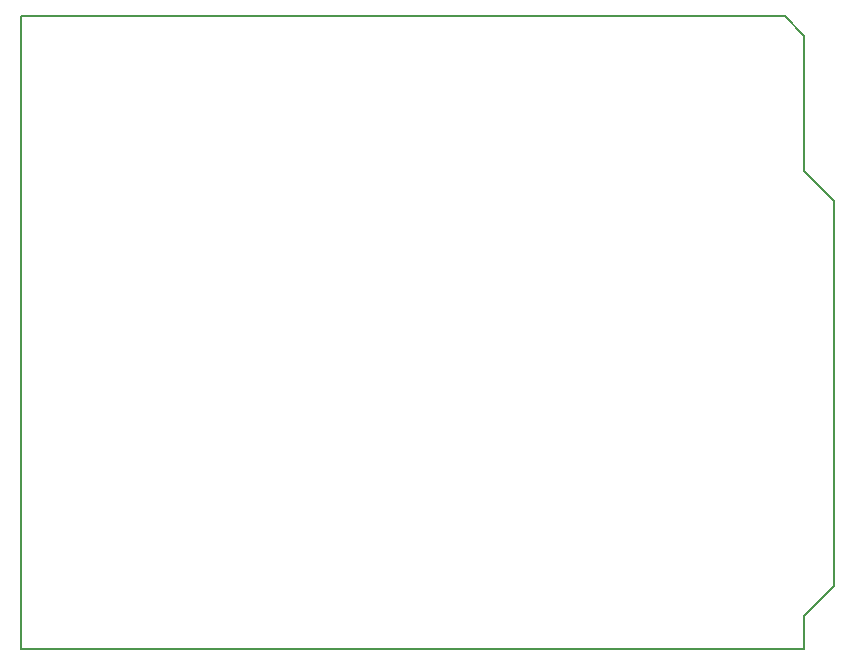
<source format=gm1>
%TF.GenerationSoftware,KiCad,Pcbnew,(2017-11-08 revision cd21218)-HEAD*%
%TF.CreationDate,2018-01-31T14:34:16+02:00*%
%TF.ProjectId,esp8266_uno,657370383236365F756E6F2E6B696361,rev?*%
%TF.SameCoordinates,Original*%
%TF.FileFunction,Profile,NP*%
%FSLAX46Y46*%
G04 Gerber Fmt 4.6, Leading zero omitted, Abs format (unit mm)*
G04 Created by KiCad (PCBNEW (2017-11-08 revision cd21218)-HEAD) date Wed Jan 31 14:34:16 2018*
%MOMM*%
%LPD*%
G01*
G04 APERTURE LIST*
%ADD10C,0.150000*%
G04 APERTURE END LIST*
D10*
X110821604Y-79635174D02*
X110821604Y-133229174D01*
X175464604Y-79635174D02*
X110821604Y-79635174D01*
X177115604Y-81286174D02*
X175464604Y-79635174D01*
X177115604Y-92716174D02*
X177115604Y-81286174D01*
X179655604Y-95256174D02*
X177115604Y-92716174D01*
X179655604Y-127895174D02*
X179655604Y-95256174D01*
X177115604Y-130435174D02*
X179655604Y-127895174D01*
X177115604Y-133229174D02*
X177115604Y-130435174D01*
X110821604Y-133229174D02*
X177115604Y-133229174D01*
M02*

</source>
